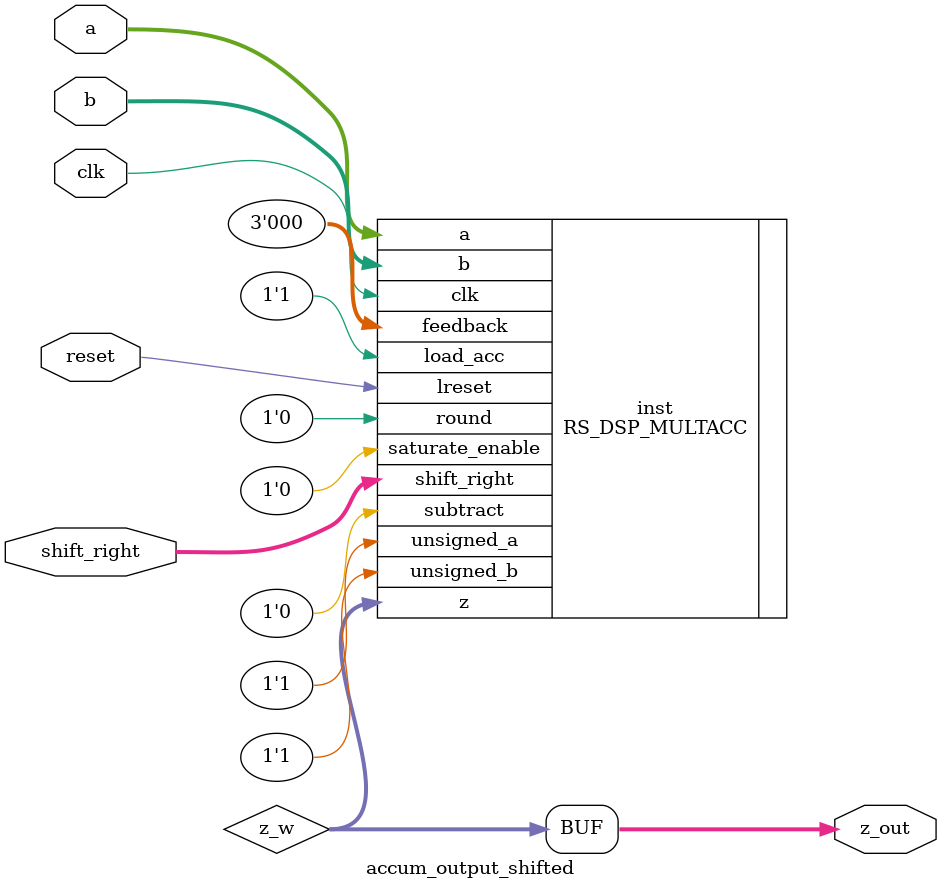
<source format=sv>
module accum_output_shifted (
	input  wire [19:0] a,
    input  wire [17:0] b,
    input  wire [5:0] shift_right,
	input wire clk, reset,
    output wire [37:0] z_out
    );

    parameter [79:0] MODE_BITS = 80'd0;
    
    wire [37:0] z_w;
	//wire reset;
	RS_DSP_MULTACC #(
    .MODE_BITS(80'h00000000000000000000)) 
        inst(.a(a), .b(b), .z(z_w),. clk(clk), .lreset(reset),. load_acc(1'b1) ,. feedback(3'd0), .unsigned_a(1'b1), .unsigned_b(1'b1), . saturate_enable(1'b0),. shift_right(shift_right),. round(1'b0),.subtract(1'b0));
	
    assign z_out = z_w;

endmodule
</source>
